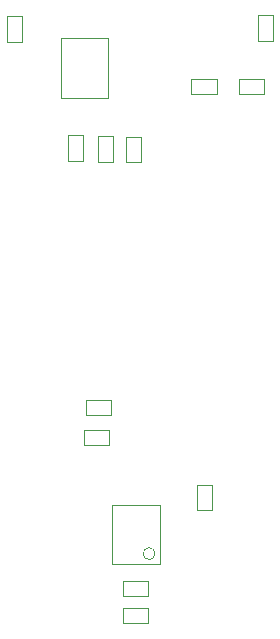
<source format=gbr>
%TF.GenerationSoftware,Altium Limited,Altium Designer,19.1.8 (144)*%
G04 Layer_Color=16711935*
%FSLAX26Y26*%
%MOIN*%
%TF.FileFunction,Other,Mechanical_13*%
%TF.Part,Single*%
G01*
G75*
%TA.AperFunction,NonConductor*%
%ADD46C,0.003937*%
D46*
X2117441Y617008D02*
G03*
X2117441Y617008I-19685J0D01*
G01*
X1975709Y778425D02*
X2133189D01*
X1975709Y581575D02*
X2133189D01*
X1975709D02*
Y778425D01*
X2133189Y581575D02*
Y778425D01*
X1962205Y2134606D02*
Y2335394D01*
X1804724D02*
X1962205D01*
X1804724Y2134606D02*
Y2335394D01*
Y2134606D02*
X1962205D01*
X1927362Y2008740D02*
X1976969D01*
X1927362Y1924094D02*
X1976969D01*
Y2008740D01*
X1927362Y1924094D02*
Y2008740D01*
X1827362Y1926260D02*
X1876968D01*
X1827362Y2010906D02*
X1876968D01*
X1827362Y1926260D02*
Y2010906D01*
X1876968Y1926260D02*
Y2010906D01*
X2022362Y1922677D02*
X2071968D01*
X2022362Y2007323D02*
X2071968D01*
X2022362Y1922677D02*
Y2007323D01*
X2071968Y1922677D02*
Y2007323D01*
X2480905Y2150197D02*
Y2199803D01*
X2396260Y2150197D02*
Y2199803D01*
Y2150197D02*
X2480905D01*
X2396260Y2199803D02*
X2480905D01*
X2238425Y2150197D02*
Y2199803D01*
X2323071Y2150197D02*
Y2199803D01*
X2238425D02*
X2323071D01*
X2238425Y2150197D02*
X2323071D01*
X2460197Y2326260D02*
X2509803D01*
X2460197Y2410906D02*
X2509803D01*
X2460197Y2326260D02*
Y2410906D01*
X2509803Y2326260D02*
Y2410906D01*
X1625197Y2408740D02*
X1674803D01*
X1625197Y2324094D02*
X1674803D01*
Y2408740D01*
X1625197Y2324094D02*
Y2408740D01*
X1970906Y1080197D02*
Y1129803D01*
X1886260Y1080197D02*
Y1129803D01*
Y1080197D02*
X1970906D01*
X1886260Y1129803D02*
X1970906D01*
X1965906Y980197D02*
Y1029803D01*
X1881260Y980197D02*
Y1029803D01*
Y980197D02*
X1965906D01*
X1881260Y1029803D02*
X1965906D01*
X2257362Y847323D02*
X2306969D01*
X2257362Y762677D02*
X2306969D01*
Y847323D01*
X2257362Y762677D02*
Y847323D01*
X2094488Y475197D02*
Y524803D01*
X2009842Y475197D02*
Y524803D01*
Y475197D02*
X2094488D01*
X2009842Y524803D02*
X2094488D01*
X2095905Y385197D02*
Y434803D01*
X2011260Y385197D02*
Y434803D01*
Y385197D02*
X2095905D01*
X2011260Y434803D02*
X2095905D01*
%TF.MD5,6e38b42ab2ba2ddd10eed3235981520d*%
M02*

</source>
